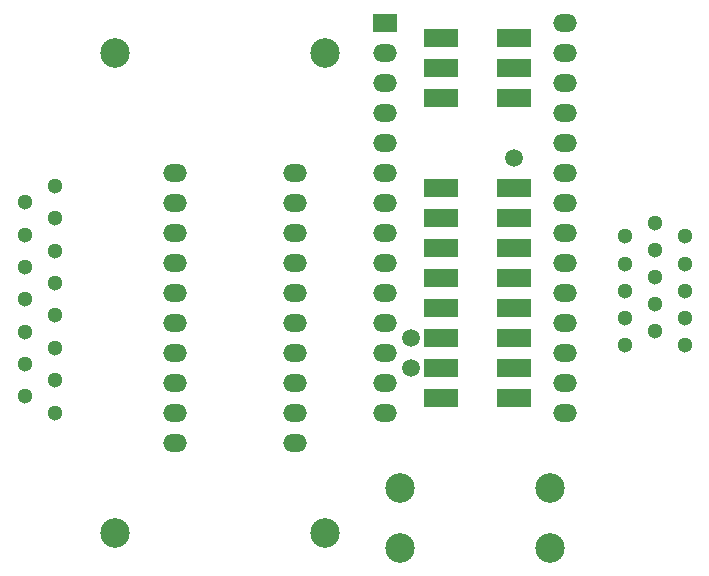
<source format=gbr>
G04 --- HEADER BEGIN --- *
%TF.GenerationSoftware,LibrePCB,LibrePCB,0.1.3*%
%TF.CreationDate,2020-02-22T16:59:51*%
%TF.ProjectId,Apple 2c VGA - default,6ee0dbe1-6aad-4263-9a0f-7c091fb3c0df,v1*%
%TF.Part,Single*%
%FSLAX66Y66*%
%MOMM*%
G01*
G74*
G04 --- HEADER END --- *
G04 --- APERTURE LIST BEGIN --- *
%ADD10C,1.3*%
%ADD11C,2.5*%
%ADD12O,2.0X1.5*%
%ADD13R,3.0X1.5*%
%ADD14R,2.0X1.5*%
%ADD15C,1.5*%
G04 --- APERTURE LIST END --- *
G04 --- BOARD BEGIN --- *
D10*
X12700000Y34420000D03*
X12700000Y17980000D03*
X10160000Y16610000D03*
X12700000Y23460000D03*
X10160000Y22090000D03*
X12700000Y26200000D03*
X12700000Y15240000D03*
X10160000Y33050000D03*
X10160000Y27570000D03*
X12700000Y31680000D03*
X10160000Y19350000D03*
X10160000Y24830000D03*
X12700000Y20720000D03*
X12700000Y28940000D03*
X10160000Y30310000D03*
D11*
X17780000Y45720000D03*
X35560000Y45720000D03*
X35560000Y5080000D03*
X17780000Y5080000D03*
D12*
X22860000Y12700000D03*
X33020000Y20320000D03*
X22860000Y35560000D03*
X33020000Y33020000D03*
X33020000Y25400000D03*
X22860000Y33020000D03*
X22860000Y25400000D03*
X33020000Y35560000D03*
X33020000Y30480000D03*
X22860000Y30480000D03*
X33020000Y27940000D03*
X33020000Y15240000D03*
X22860000Y17780000D03*
X33020000Y12700000D03*
X22860000Y22860000D03*
X22860000Y20320000D03*
X22860000Y27940000D03*
X22860000Y15240000D03*
X33020000Y22860000D03*
X33020000Y17780000D03*
D11*
X41910000Y8890000D03*
X54610000Y3810000D03*
X41910000Y3810000D03*
X54610000Y8890000D03*
D13*
X51585600Y26617600D03*
X45432000Y24077600D03*
D12*
X55880000Y35560000D03*
X40640000Y43180000D03*
D14*
X40640000Y48260000D03*
D12*
X40640000Y27940000D03*
D13*
X51585600Y44397600D03*
X45432000Y31697600D03*
X51585600Y31697600D03*
X45432000Y44397600D03*
D12*
X40640000Y30480000D03*
X55880000Y22860000D03*
X55880000Y30480000D03*
D13*
X45432000Y21537600D03*
D15*
X51585600Y36777600D03*
D12*
X40640000Y40640000D03*
D15*
X42892000Y18997600D03*
D13*
X45432000Y16457600D03*
D12*
X55880000Y38100000D03*
D13*
X51585600Y41857600D03*
X45432000Y26617600D03*
D12*
X40640000Y20320000D03*
X55880000Y20320000D03*
D13*
X51585600Y21537600D03*
D12*
X40640000Y38100000D03*
D13*
X51585600Y34237600D03*
D12*
X40640000Y25400000D03*
X40640000Y22860000D03*
D13*
X51585600Y18997600D03*
D12*
X55880000Y40640000D03*
X40640000Y33020000D03*
D13*
X45432000Y41857600D03*
D12*
X55880000Y43180000D03*
X55880000Y15240000D03*
D13*
X45432000Y46937600D03*
D15*
X42892000Y21537600D03*
D13*
X45432000Y29157600D03*
D12*
X55880000Y33020000D03*
X40640000Y45720000D03*
X40640000Y17780000D03*
D13*
X51585600Y29157600D03*
X45432000Y34237600D03*
X51585600Y24077600D03*
X45432000Y18997600D03*
D12*
X55880000Y48260000D03*
X55880000Y27940000D03*
D13*
X51585600Y16457600D03*
D12*
X55880000Y25400000D03*
X55880000Y45720000D03*
X40640000Y35560000D03*
D13*
X51585600Y46937600D03*
D12*
X40640000Y15240000D03*
X55880000Y17780000D03*
D10*
X66040000Y30145000D03*
X66040000Y27855000D03*
X66040000Y20985000D03*
X63500000Y26710000D03*
X66040000Y23275000D03*
X60960000Y30145000D03*
X60960000Y23275000D03*
X60960000Y25565000D03*
X60960000Y20985000D03*
X63500000Y22130000D03*
X63500000Y24420000D03*
X63500000Y29000000D03*
X63500000Y31290000D03*
X60960000Y27855000D03*
X66040000Y25565000D03*
G04 --- BOARD END --- *
%TF.MD5,041b74a35a9ea69b33e2351c5a9de7c4*%
M02*

</source>
